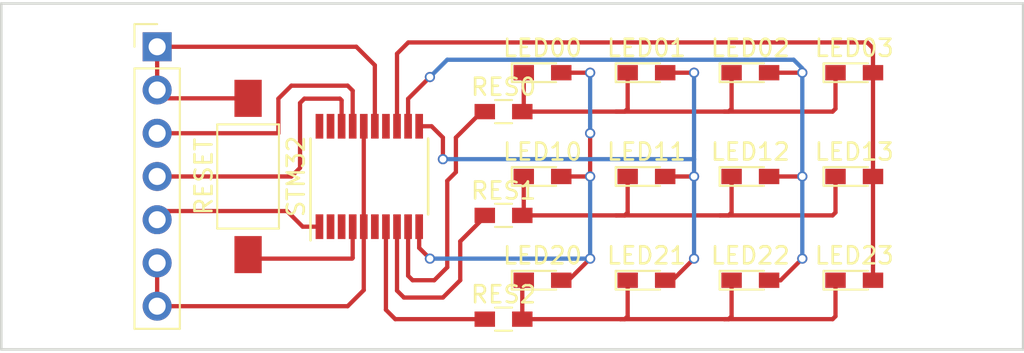
<source format=kicad_pcb>
(kicad_pcb (version 4) (host pcbnew 4.0.7-e2-6376~58~ubuntu16.04.1)

  (general
    (links 0)
    (no_connects 0)
    (area 139.370999 62.227 169.747001 84.177)
    (thickness 1.6)
    (drawings 4)
    (tracks 143)
    (zones 0)
    (modules 22)
    (nets 1)
  )

  (page A4)
  (layers
    (0 F.Cu signal)
    (31 B.Cu signal)
    (32 B.Adhes user)
    (33 F.Adhes user)
    (34 B.Paste user)
    (35 F.Paste user)
    (36 B.SilkS user)
    (37 F.SilkS user)
    (38 B.Mask user)
    (39 F.Mask user)
    (40 Dwgs.User user)
    (41 Cmts.User user)
    (42 Eco1.User user)
    (43 Eco2.User user)
    (44 Edge.Cuts user)
    (45 Margin user)
    (46 B.CrtYd user)
    (47 F.CrtYd user)
    (48 B.Fab user)
    (49 F.Fab user)
  )

  (setup
    (last_trace_width 0.25)
    (trace_clearance 0.2)
    (zone_clearance 0.508)
    (zone_45_only no)
    (trace_min 0.2)
    (segment_width 0.2)
    (edge_width 0.15)
    (via_size 0.6)
    (via_drill 0.4)
    (via_min_size 0.4)
    (via_min_drill 0.3)
    (uvia_size 0.3)
    (uvia_drill 0.1)
    (uvias_allowed no)
    (uvia_min_size 0.2)
    (uvia_min_drill 0.1)
    (pcb_text_width 0.3)
    (pcb_text_size 1.5 1.5)
    (mod_edge_width 0.15)
    (mod_text_size 1 1)
    (mod_text_width 0.15)
    (pad_size 1.524 1.524)
    (pad_drill 0.762)
    (pad_to_mask_clearance 0.2)
    (aux_axis_origin 0 0)
    (visible_elements FFFFFF7F)
    (pcbplotparams
      (layerselection 0x00030_80000001)
      (usegerberextensions false)
      (excludeedgelayer true)
      (linewidth 0.150000)
      (plotframeref false)
      (viasonmask false)
      (mode 1)
      (useauxorigin false)
      (hpglpennumber 1)
      (hpglpenspeed 20)
      (hpglpendiameter 15)
      (hpglpenoverlay 2)
      (psnegative false)
      (psa4output false)
      (plotreference true)
      (plotvalue true)
      (plotinvisibletext false)
      (padsonsilk false)
      (subtractmaskfromsilk false)
      (outputformat 1)
      (mirror false)
      (drillshape 1)
      (scaleselection 1)
      (outputdirectory ""))
  )

  (net 0 "")

  (net_class Default "This is the default net class."
    (clearance 0.2)
    (trace_width 0.25)
    (via_dia 0.6)
    (via_drill 0.4)
    (uvia_dia 0.3)
    (uvia_drill 0.1)
  )

  (module LEDs:LED_0603_HandSoldering (layer F.Cu) (tedit 5A822E68) (tstamp 5A8258EC)
    (at 148.844 66.802)
    (descr "LED SMD 0603, hand soldering")
    (tags "LED 0603")
    (attr smd)
    (fp_text reference LED00 (at 0 -1.45) (layer F.SilkS)
      (effects (font (size 1 1) (thickness 0.15)))
    )
    (fp_text value "" (at 0 1.55) (layer F.Fab)
      (effects (font (size 1 1) (thickness 0.15)))
    )
    (fp_line (start -1.8 -0.55) (end -1.8 0.55) (layer F.SilkS) (width 0.12))
    (fp_line (start -0.2 -0.2) (end -0.2 0.2) (layer F.Fab) (width 0.1))
    (fp_line (start -0.15 0) (end 0.15 -0.2) (layer F.Fab) (width 0.1))
    (fp_line (start 0.15 0.2) (end -0.15 0) (layer F.Fab) (width 0.1))
    (fp_line (start 0.15 -0.2) (end 0.15 0.2) (layer F.Fab) (width 0.1))
    (fp_line (start 0.8 0.4) (end -0.8 0.4) (layer F.Fab) (width 0.1))
    (fp_line (start 0.8 -0.4) (end 0.8 0.4) (layer F.Fab) (width 0.1))
    (fp_line (start -0.8 -0.4) (end 0.8 -0.4) (layer F.Fab) (width 0.1))
    (fp_line (start -1.8 0.55) (end 0.8 0.55) (layer F.SilkS) (width 0.12))
    (fp_line (start -1.8 -0.55) (end 0.8 -0.55) (layer F.SilkS) (width 0.12))
    (fp_line (start -1.96 -0.7) (end 1.95 -0.7) (layer F.CrtYd) (width 0.05))
    (fp_line (start -1.96 -0.7) (end -1.96 0.7) (layer F.CrtYd) (width 0.05))
    (fp_line (start 1.95 0.7) (end 1.95 -0.7) (layer F.CrtYd) (width 0.05))
    (fp_line (start 1.95 0.7) (end -1.96 0.7) (layer F.CrtYd) (width 0.05))
    (fp_line (start -0.8 -0.4) (end -0.8 0.4) (layer F.Fab) (width 0.1))
    (pad 1 smd rect (at -1.1 0) (size 1.2 0.9) (layers F.Cu F.Paste F.Mask))
    (pad 2 smd rect (at 1.1 0) (size 1.2 0.9) (layers F.Cu F.Paste F.Mask))
    (model ${KISYS3DMOD}/LEDs.3dshapes/LED_0603.wrl
      (at (xyz 0 0 0))
      (scale (xyz 1 1 1))
      (rotate (xyz 0 0 180))
    )
  )

  (module LEDs:LED_0603_HandSoldering (layer F.Cu) (tedit 5A822E9C) (tstamp 5A825915)
    (at 154.94 66.802)
    (descr "LED SMD 0603, hand soldering")
    (tags "LED 0603")
    (attr smd)
    (fp_text reference LED01 (at 0 -1.45) (layer F.SilkS)
      (effects (font (size 1 1) (thickness 0.15)))
    )
    (fp_text value "" (at 0 1.55) (layer F.Fab)
      (effects (font (size 1 1) (thickness 0.15)))
    )
    (fp_line (start -1.8 -0.55) (end -1.8 0.55) (layer F.SilkS) (width 0.12))
    (fp_line (start -0.2 -0.2) (end -0.2 0.2) (layer F.Fab) (width 0.1))
    (fp_line (start -0.15 0) (end 0.15 -0.2) (layer F.Fab) (width 0.1))
    (fp_line (start 0.15 0.2) (end -0.15 0) (layer F.Fab) (width 0.1))
    (fp_line (start 0.15 -0.2) (end 0.15 0.2) (layer F.Fab) (width 0.1))
    (fp_line (start 0.8 0.4) (end -0.8 0.4) (layer F.Fab) (width 0.1))
    (fp_line (start 0.8 -0.4) (end 0.8 0.4) (layer F.Fab) (width 0.1))
    (fp_line (start -0.8 -0.4) (end 0.8 -0.4) (layer F.Fab) (width 0.1))
    (fp_line (start -1.8 0.55) (end 0.8 0.55) (layer F.SilkS) (width 0.12))
    (fp_line (start -1.8 -0.55) (end 0.8 -0.55) (layer F.SilkS) (width 0.12))
    (fp_line (start -1.96 -0.7) (end 1.95 -0.7) (layer F.CrtYd) (width 0.05))
    (fp_line (start -1.96 -0.7) (end -1.96 0.7) (layer F.CrtYd) (width 0.05))
    (fp_line (start 1.95 0.7) (end 1.95 -0.7) (layer F.CrtYd) (width 0.05))
    (fp_line (start 1.95 0.7) (end -1.96 0.7) (layer F.CrtYd) (width 0.05))
    (fp_line (start -0.8 -0.4) (end -0.8 0.4) (layer F.Fab) (width 0.1))
    (pad 1 smd rect (at -1.1 0) (size 1.2 0.9) (layers F.Cu F.Paste F.Mask))
    (pad 2 smd rect (at 1.1 0) (size 1.2 0.9) (layers F.Cu F.Paste F.Mask))
    (model ${KISYS3DMOD}/LEDs.3dshapes/LED_0603.wrl
      (at (xyz 0 0 0))
      (scale (xyz 1 1 1))
      (rotate (xyz 0 0 180))
    )
  )

  (module LEDs:LED_0603_HandSoldering (layer F.Cu) (tedit 5A822EBE) (tstamp 5A82593E)
    (at 161.036 66.802)
    (descr "LED SMD 0603, hand soldering")
    (tags "LED 0603")
    (attr smd)
    (fp_text reference LED02 (at 0 -1.45) (layer F.SilkS)
      (effects (font (size 1 1) (thickness 0.15)))
    )
    (fp_text value "" (at 0 1.55) (layer F.Fab)
      (effects (font (size 1 1) (thickness 0.15)))
    )
    (fp_line (start -1.8 -0.55) (end -1.8 0.55) (layer F.SilkS) (width 0.12))
    (fp_line (start -0.2 -0.2) (end -0.2 0.2) (layer F.Fab) (width 0.1))
    (fp_line (start -0.15 0) (end 0.15 -0.2) (layer F.Fab) (width 0.1))
    (fp_line (start 0.15 0.2) (end -0.15 0) (layer F.Fab) (width 0.1))
    (fp_line (start 0.15 -0.2) (end 0.15 0.2) (layer F.Fab) (width 0.1))
    (fp_line (start 0.8 0.4) (end -0.8 0.4) (layer F.Fab) (width 0.1))
    (fp_line (start 0.8 -0.4) (end 0.8 0.4) (layer F.Fab) (width 0.1))
    (fp_line (start -0.8 -0.4) (end 0.8 -0.4) (layer F.Fab) (width 0.1))
    (fp_line (start -1.8 0.55) (end 0.8 0.55) (layer F.SilkS) (width 0.12))
    (fp_line (start -1.8 -0.55) (end 0.8 -0.55) (layer F.SilkS) (width 0.12))
    (fp_line (start -1.96 -0.7) (end 1.95 -0.7) (layer F.CrtYd) (width 0.05))
    (fp_line (start -1.96 -0.7) (end -1.96 0.7) (layer F.CrtYd) (width 0.05))
    (fp_line (start 1.95 0.7) (end 1.95 -0.7) (layer F.CrtYd) (width 0.05))
    (fp_line (start 1.95 0.7) (end -1.96 0.7) (layer F.CrtYd) (width 0.05))
    (fp_line (start -0.8 -0.4) (end -0.8 0.4) (layer F.Fab) (width 0.1))
    (pad 1 smd rect (at -1.1 0) (size 1.2 0.9) (layers F.Cu F.Paste F.Mask))
    (pad 2 smd rect (at 1.1 0) (size 1.2 0.9) (layers F.Cu F.Paste F.Mask))
    (model ${KISYS3DMOD}/LEDs.3dshapes/LED_0603.wrl
      (at (xyz 0 0 0))
      (scale (xyz 1 1 1))
      (rotate (xyz 0 0 180))
    )
  )

  (module LEDs:LED_0603_HandSoldering (layer F.Cu) (tedit 5A822ED3) (tstamp 5A825967)
    (at 167.132 66.802)
    (descr "LED SMD 0603, hand soldering")
    (tags "LED 0603")
    (attr smd)
    (fp_text reference LED03 (at 0 -1.45) (layer F.SilkS)
      (effects (font (size 1 1) (thickness 0.15)))
    )
    (fp_text value "" (at 0 1.55) (layer F.Fab)
      (effects (font (size 1 1) (thickness 0.15)))
    )
    (fp_line (start -1.8 -0.55) (end -1.8 0.55) (layer F.SilkS) (width 0.12))
    (fp_line (start -0.2 -0.2) (end -0.2 0.2) (layer F.Fab) (width 0.1))
    (fp_line (start -0.15 0) (end 0.15 -0.2) (layer F.Fab) (width 0.1))
    (fp_line (start 0.15 0.2) (end -0.15 0) (layer F.Fab) (width 0.1))
    (fp_line (start 0.15 -0.2) (end 0.15 0.2) (layer F.Fab) (width 0.1))
    (fp_line (start 0.8 0.4) (end -0.8 0.4) (layer F.Fab) (width 0.1))
    (fp_line (start 0.8 -0.4) (end 0.8 0.4) (layer F.Fab) (width 0.1))
    (fp_line (start -0.8 -0.4) (end 0.8 -0.4) (layer F.Fab) (width 0.1))
    (fp_line (start -1.8 0.55) (end 0.8 0.55) (layer F.SilkS) (width 0.12))
    (fp_line (start -1.8 -0.55) (end 0.8 -0.55) (layer F.SilkS) (width 0.12))
    (fp_line (start -1.96 -0.7) (end 1.95 -0.7) (layer F.CrtYd) (width 0.05))
    (fp_line (start -1.96 -0.7) (end -1.96 0.7) (layer F.CrtYd) (width 0.05))
    (fp_line (start 1.95 0.7) (end 1.95 -0.7) (layer F.CrtYd) (width 0.05))
    (fp_line (start 1.95 0.7) (end -1.96 0.7) (layer F.CrtYd) (width 0.05))
    (fp_line (start -0.8 -0.4) (end -0.8 0.4) (layer F.Fab) (width 0.1))
    (pad 1 smd rect (at -1.1 0) (size 1.2 0.9) (layers F.Cu F.Paste F.Mask))
    (pad 2 smd rect (at 1.1 0) (size 1.2 0.9) (layers F.Cu F.Paste F.Mask))
    (model ${KISYS3DMOD}/LEDs.3dshapes/LED_0603.wrl
      (at (xyz 0 0 0))
      (scale (xyz 1 1 1))
      (rotate (xyz 0 0 180))
    )
  )

  (module LEDs:LED_0603_HandSoldering (layer F.Cu) (tedit 5A822EED) (tstamp 5A825990)
    (at 148.844 72.898)
    (descr "LED SMD 0603, hand soldering")
    (tags "LED 0603")
    (attr smd)
    (fp_text reference LED10 (at 0 -1.45) (layer F.SilkS)
      (effects (font (size 1 1) (thickness 0.15)))
    )
    (fp_text value "" (at 0 1.55) (layer F.Fab)
      (effects (font (size 1 1) (thickness 0.15)))
    )
    (fp_line (start -1.8 -0.55) (end -1.8 0.55) (layer F.SilkS) (width 0.12))
    (fp_line (start -0.2 -0.2) (end -0.2 0.2) (layer F.Fab) (width 0.1))
    (fp_line (start -0.15 0) (end 0.15 -0.2) (layer F.Fab) (width 0.1))
    (fp_line (start 0.15 0.2) (end -0.15 0) (layer F.Fab) (width 0.1))
    (fp_line (start 0.15 -0.2) (end 0.15 0.2) (layer F.Fab) (width 0.1))
    (fp_line (start 0.8 0.4) (end -0.8 0.4) (layer F.Fab) (width 0.1))
    (fp_line (start 0.8 -0.4) (end 0.8 0.4) (layer F.Fab) (width 0.1))
    (fp_line (start -0.8 -0.4) (end 0.8 -0.4) (layer F.Fab) (width 0.1))
    (fp_line (start -1.8 0.55) (end 0.8 0.55) (layer F.SilkS) (width 0.12))
    (fp_line (start -1.8 -0.55) (end 0.8 -0.55) (layer F.SilkS) (width 0.12))
    (fp_line (start -1.96 -0.7) (end 1.95 -0.7) (layer F.CrtYd) (width 0.05))
    (fp_line (start -1.96 -0.7) (end -1.96 0.7) (layer F.CrtYd) (width 0.05))
    (fp_line (start 1.95 0.7) (end 1.95 -0.7) (layer F.CrtYd) (width 0.05))
    (fp_line (start 1.95 0.7) (end -1.96 0.7) (layer F.CrtYd) (width 0.05))
    (fp_line (start -0.8 -0.4) (end -0.8 0.4) (layer F.Fab) (width 0.1))
    (pad 1 smd rect (at -1.1 0) (size 1.2 0.9) (layers F.Cu F.Paste F.Mask))
    (pad 2 smd rect (at 1.1 0) (size 1.2 0.9) (layers F.Cu F.Paste F.Mask))
    (model ${KISYS3DMOD}/LEDs.3dshapes/LED_0603.wrl
      (at (xyz 0 0 0))
      (scale (xyz 1 1 1))
      (rotate (xyz 0 0 180))
    )
  )

  (module LEDs:LED_0603_HandSoldering (layer F.Cu) (tedit 5A822F0F) (tstamp 5A8259B9)
    (at 154.94 72.898)
    (descr "LED SMD 0603, hand soldering")
    (tags "LED 0603")
    (attr smd)
    (fp_text reference LED11 (at 0 -1.45) (layer F.SilkS)
      (effects (font (size 1 1) (thickness 0.15)))
    )
    (fp_text value "" (at 0 1.55) (layer F.Fab)
      (effects (font (size 1 1) (thickness 0.15)))
    )
    (fp_line (start -1.8 -0.55) (end -1.8 0.55) (layer F.SilkS) (width 0.12))
    (fp_line (start -0.2 -0.2) (end -0.2 0.2) (layer F.Fab) (width 0.1))
    (fp_line (start -0.15 0) (end 0.15 -0.2) (layer F.Fab) (width 0.1))
    (fp_line (start 0.15 0.2) (end -0.15 0) (layer F.Fab) (width 0.1))
    (fp_line (start 0.15 -0.2) (end 0.15 0.2) (layer F.Fab) (width 0.1))
    (fp_line (start 0.8 0.4) (end -0.8 0.4) (layer F.Fab) (width 0.1))
    (fp_line (start 0.8 -0.4) (end 0.8 0.4) (layer F.Fab) (width 0.1))
    (fp_line (start -0.8 -0.4) (end 0.8 -0.4) (layer F.Fab) (width 0.1))
    (fp_line (start -1.8 0.55) (end 0.8 0.55) (layer F.SilkS) (width 0.12))
    (fp_line (start -1.8 -0.55) (end 0.8 -0.55) (layer F.SilkS) (width 0.12))
    (fp_line (start -1.96 -0.7) (end 1.95 -0.7) (layer F.CrtYd) (width 0.05))
    (fp_line (start -1.96 -0.7) (end -1.96 0.7) (layer F.CrtYd) (width 0.05))
    (fp_line (start 1.95 0.7) (end 1.95 -0.7) (layer F.CrtYd) (width 0.05))
    (fp_line (start 1.95 0.7) (end -1.96 0.7) (layer F.CrtYd) (width 0.05))
    (fp_line (start -0.8 -0.4) (end -0.8 0.4) (layer F.Fab) (width 0.1))
    (pad 1 smd rect (at -1.1 0) (size 1.2 0.9) (layers F.Cu F.Paste F.Mask))
    (pad 2 smd rect (at 1.1 0) (size 1.2 0.9) (layers F.Cu F.Paste F.Mask))
    (model ${KISYS3DMOD}/LEDs.3dshapes/LED_0603.wrl
      (at (xyz 0 0 0))
      (scale (xyz 1 1 1))
      (rotate (xyz 0 0 180))
    )
  )

  (module LEDs:LED_0603_HandSoldering (layer F.Cu) (tedit 5A822F28) (tstamp 5A8259E2)
    (at 161.036 72.898)
    (descr "LED SMD 0603, hand soldering")
    (tags "LED 0603")
    (attr smd)
    (fp_text reference LED12 (at 0 -1.45) (layer F.SilkS)
      (effects (font (size 1 1) (thickness 0.15)))
    )
    (fp_text value "" (at 0 1.55) (layer F.Fab)
      (effects (font (size 1 1) (thickness 0.15)))
    )
    (fp_line (start -1.8 -0.55) (end -1.8 0.55) (layer F.SilkS) (width 0.12))
    (fp_line (start -0.2 -0.2) (end -0.2 0.2) (layer F.Fab) (width 0.1))
    (fp_line (start -0.15 0) (end 0.15 -0.2) (layer F.Fab) (width 0.1))
    (fp_line (start 0.15 0.2) (end -0.15 0) (layer F.Fab) (width 0.1))
    (fp_line (start 0.15 -0.2) (end 0.15 0.2) (layer F.Fab) (width 0.1))
    (fp_line (start 0.8 0.4) (end -0.8 0.4) (layer F.Fab) (width 0.1))
    (fp_line (start 0.8 -0.4) (end 0.8 0.4) (layer F.Fab) (width 0.1))
    (fp_line (start -0.8 -0.4) (end 0.8 -0.4) (layer F.Fab) (width 0.1))
    (fp_line (start -1.8 0.55) (end 0.8 0.55) (layer F.SilkS) (width 0.12))
    (fp_line (start -1.8 -0.55) (end 0.8 -0.55) (layer F.SilkS) (width 0.12))
    (fp_line (start -1.96 -0.7) (end 1.95 -0.7) (layer F.CrtYd) (width 0.05))
    (fp_line (start -1.96 -0.7) (end -1.96 0.7) (layer F.CrtYd) (width 0.05))
    (fp_line (start 1.95 0.7) (end 1.95 -0.7) (layer F.CrtYd) (width 0.05))
    (fp_line (start 1.95 0.7) (end -1.96 0.7) (layer F.CrtYd) (width 0.05))
    (fp_line (start -0.8 -0.4) (end -0.8 0.4) (layer F.Fab) (width 0.1))
    (pad 1 smd rect (at -1.1 0) (size 1.2 0.9) (layers F.Cu F.Paste F.Mask))
    (pad 2 smd rect (at 1.1 0) (size 1.2 0.9) (layers F.Cu F.Paste F.Mask))
    (model ${KISYS3DMOD}/LEDs.3dshapes/LED_0603.wrl
      (at (xyz 0 0 0))
      (scale (xyz 1 1 1))
      (rotate (xyz 0 0 180))
    )
  )

  (module LEDs:LED_0603_HandSoldering (layer F.Cu) (tedit 5A822F3D) (tstamp 5A825A0B)
    (at 167.132 72.898)
    (descr "LED SMD 0603, hand soldering")
    (tags "LED 0603")
    (attr smd)
    (fp_text reference LED13 (at 0 -1.45) (layer F.SilkS)
      (effects (font (size 1 1) (thickness 0.15)))
    )
    (fp_text value "" (at 0 1.55) (layer F.Fab)
      (effects (font (size 1 1) (thickness 0.15)))
    )
    (fp_line (start -1.8 -0.55) (end -1.8 0.55) (layer F.SilkS) (width 0.12))
    (fp_line (start -0.2 -0.2) (end -0.2 0.2) (layer F.Fab) (width 0.1))
    (fp_line (start -0.15 0) (end 0.15 -0.2) (layer F.Fab) (width 0.1))
    (fp_line (start 0.15 0.2) (end -0.15 0) (layer F.Fab) (width 0.1))
    (fp_line (start 0.15 -0.2) (end 0.15 0.2) (layer F.Fab) (width 0.1))
    (fp_line (start 0.8 0.4) (end -0.8 0.4) (layer F.Fab) (width 0.1))
    (fp_line (start 0.8 -0.4) (end 0.8 0.4) (layer F.Fab) (width 0.1))
    (fp_line (start -0.8 -0.4) (end 0.8 -0.4) (layer F.Fab) (width 0.1))
    (fp_line (start -1.8 0.55) (end 0.8 0.55) (layer F.SilkS) (width 0.12))
    (fp_line (start -1.8 -0.55) (end 0.8 -0.55) (layer F.SilkS) (width 0.12))
    (fp_line (start -1.96 -0.7) (end 1.95 -0.7) (layer F.CrtYd) (width 0.05))
    (fp_line (start -1.96 -0.7) (end -1.96 0.7) (layer F.CrtYd) (width 0.05))
    (fp_line (start 1.95 0.7) (end 1.95 -0.7) (layer F.CrtYd) (width 0.05))
    (fp_line (start 1.95 0.7) (end -1.96 0.7) (layer F.CrtYd) (width 0.05))
    (fp_line (start -0.8 -0.4) (end -0.8 0.4) (layer F.Fab) (width 0.1))
    (pad 1 smd rect (at -1.1 0) (size 1.2 0.9) (layers F.Cu F.Paste F.Mask))
    (pad 2 smd rect (at 1.1 0) (size 1.2 0.9) (layers F.Cu F.Paste F.Mask))
    (model ${KISYS3DMOD}/LEDs.3dshapes/LED_0603.wrl
      (at (xyz 0 0 0))
      (scale (xyz 1 1 1))
      (rotate (xyz 0 0 180))
    )
  )

  (module LEDs:LED_0603_HandSoldering (layer F.Cu) (tedit 5A822F96) (tstamp 5A825A34)
    (at 167.132 78.994)
    (descr "LED SMD 0603, hand soldering")
    (tags "LED 0603")
    (attr smd)
    (fp_text reference LED23 (at 0 -1.45) (layer F.SilkS)
      (effects (font (size 1 1) (thickness 0.15)))
    )
    (fp_text value "" (at 0 1.55) (layer F.Fab)
      (effects (font (size 1 1) (thickness 0.15)))
    )
    (fp_line (start -1.8 -0.55) (end -1.8 0.55) (layer F.SilkS) (width 0.12))
    (fp_line (start -0.2 -0.2) (end -0.2 0.2) (layer F.Fab) (width 0.1))
    (fp_line (start -0.15 0) (end 0.15 -0.2) (layer F.Fab) (width 0.1))
    (fp_line (start 0.15 0.2) (end -0.15 0) (layer F.Fab) (width 0.1))
    (fp_line (start 0.15 -0.2) (end 0.15 0.2) (layer F.Fab) (width 0.1))
    (fp_line (start 0.8 0.4) (end -0.8 0.4) (layer F.Fab) (width 0.1))
    (fp_line (start 0.8 -0.4) (end 0.8 0.4) (layer F.Fab) (width 0.1))
    (fp_line (start -0.8 -0.4) (end 0.8 -0.4) (layer F.Fab) (width 0.1))
    (fp_line (start -1.8 0.55) (end 0.8 0.55) (layer F.SilkS) (width 0.12))
    (fp_line (start -1.8 -0.55) (end 0.8 -0.55) (layer F.SilkS) (width 0.12))
    (fp_line (start -1.96 -0.7) (end 1.95 -0.7) (layer F.CrtYd) (width 0.05))
    (fp_line (start -1.96 -0.7) (end -1.96 0.7) (layer F.CrtYd) (width 0.05))
    (fp_line (start 1.95 0.7) (end 1.95 -0.7) (layer F.CrtYd) (width 0.05))
    (fp_line (start 1.95 0.7) (end -1.96 0.7) (layer F.CrtYd) (width 0.05))
    (fp_line (start -0.8 -0.4) (end -0.8 0.4) (layer F.Fab) (width 0.1))
    (pad 1 smd rect (at -1.1 0) (size 1.2 0.9) (layers F.Cu F.Paste F.Mask))
    (pad 2 smd rect (at 1.1 0) (size 1.2 0.9) (layers F.Cu F.Paste F.Mask))
    (model ${KISYS3DMOD}/LEDs.3dshapes/LED_0603.wrl
      (at (xyz 0 0 0))
      (scale (xyz 1 1 1))
      (rotate (xyz 0 0 180))
    )
  )

  (module LEDs:LED_0603_HandSoldering (layer F.Cu) (tedit 5A822F81) (tstamp 5A825A5D)
    (at 161.036 78.994)
    (descr "LED SMD 0603, hand soldering")
    (tags "LED 0603")
    (attr smd)
    (fp_text reference LED22 (at 0 -1.45) (layer F.SilkS)
      (effects (font (size 1 1) (thickness 0.15)))
    )
    (fp_text value "" (at 0 1.55) (layer F.Fab)
      (effects (font (size 1 1) (thickness 0.15)))
    )
    (fp_line (start -1.8 -0.55) (end -1.8 0.55) (layer F.SilkS) (width 0.12))
    (fp_line (start -0.2 -0.2) (end -0.2 0.2) (layer F.Fab) (width 0.1))
    (fp_line (start -0.15 0) (end 0.15 -0.2) (layer F.Fab) (width 0.1))
    (fp_line (start 0.15 0.2) (end -0.15 0) (layer F.Fab) (width 0.1))
    (fp_line (start 0.15 -0.2) (end 0.15 0.2) (layer F.Fab) (width 0.1))
    (fp_line (start 0.8 0.4) (end -0.8 0.4) (layer F.Fab) (width 0.1))
    (fp_line (start 0.8 -0.4) (end 0.8 0.4) (layer F.Fab) (width 0.1))
    (fp_line (start -0.8 -0.4) (end 0.8 -0.4) (layer F.Fab) (width 0.1))
    (fp_line (start -1.8 0.55) (end 0.8 0.55) (layer F.SilkS) (width 0.12))
    (fp_line (start -1.8 -0.55) (end 0.8 -0.55) (layer F.SilkS) (width 0.12))
    (fp_line (start -1.96 -0.7) (end 1.95 -0.7) (layer F.CrtYd) (width 0.05))
    (fp_line (start -1.96 -0.7) (end -1.96 0.7) (layer F.CrtYd) (width 0.05))
    (fp_line (start 1.95 0.7) (end 1.95 -0.7) (layer F.CrtYd) (width 0.05))
    (fp_line (start 1.95 0.7) (end -1.96 0.7) (layer F.CrtYd) (width 0.05))
    (fp_line (start -0.8 -0.4) (end -0.8 0.4) (layer F.Fab) (width 0.1))
    (pad 1 smd rect (at -1.1 0) (size 1.2 0.9) (layers F.Cu F.Paste F.Mask))
    (pad 2 smd rect (at 1.1 0) (size 1.2 0.9) (layers F.Cu F.Paste F.Mask))
    (model ${KISYS3DMOD}/LEDs.3dshapes/LED_0603.wrl
      (at (xyz 0 0 0))
      (scale (xyz 1 1 1))
      (rotate (xyz 0 0 180))
    )
  )

  (module LEDs:LED_0603_HandSoldering (layer F.Cu) (tedit 5A822F6E) (tstamp 5A825A86)
    (at 154.94 78.994)
    (descr "LED SMD 0603, hand soldering")
    (tags "LED 0603")
    (attr smd)
    (fp_text reference LED21 (at 0 -1.45) (layer F.SilkS)
      (effects (font (size 1 1) (thickness 0.15)))
    )
    (fp_text value "" (at 0 1.55) (layer F.Fab)
      (effects (font (size 1 1) (thickness 0.15)))
    )
    (fp_line (start -1.8 -0.55) (end -1.8 0.55) (layer F.SilkS) (width 0.12))
    (fp_line (start -0.2 -0.2) (end -0.2 0.2) (layer F.Fab) (width 0.1))
    (fp_line (start -0.15 0) (end 0.15 -0.2) (layer F.Fab) (width 0.1))
    (fp_line (start 0.15 0.2) (end -0.15 0) (layer F.Fab) (width 0.1))
    (fp_line (start 0.15 -0.2) (end 0.15 0.2) (layer F.Fab) (width 0.1))
    (fp_line (start 0.8 0.4) (end -0.8 0.4) (layer F.Fab) (width 0.1))
    (fp_line (start 0.8 -0.4) (end 0.8 0.4) (layer F.Fab) (width 0.1))
    (fp_line (start -0.8 -0.4) (end 0.8 -0.4) (layer F.Fab) (width 0.1))
    (fp_line (start -1.8 0.55) (end 0.8 0.55) (layer F.SilkS) (width 0.12))
    (fp_line (start -1.8 -0.55) (end 0.8 -0.55) (layer F.SilkS) (width 0.12))
    (fp_line (start -1.96 -0.7) (end 1.95 -0.7) (layer F.CrtYd) (width 0.05))
    (fp_line (start -1.96 -0.7) (end -1.96 0.7) (layer F.CrtYd) (width 0.05))
    (fp_line (start 1.95 0.7) (end 1.95 -0.7) (layer F.CrtYd) (width 0.05))
    (fp_line (start 1.95 0.7) (end -1.96 0.7) (layer F.CrtYd) (width 0.05))
    (fp_line (start -0.8 -0.4) (end -0.8 0.4) (layer F.Fab) (width 0.1))
    (pad 1 smd rect (at -1.1 0) (size 1.2 0.9) (layers F.Cu F.Paste F.Mask))
    (pad 2 smd rect (at 1.1 0) (size 1.2 0.9) (layers F.Cu F.Paste F.Mask))
    (model ${KISYS3DMOD}/LEDs.3dshapes/LED_0603.wrl
      (at (xyz 0 0 0))
      (scale (xyz 1 1 1))
      (rotate (xyz 0 0 180))
    )
  )

  (module LEDs:LED_0603_HandSoldering (layer F.Cu) (tedit 5A822F5A) (tstamp 5A825AAF)
    (at 148.844 78.994)
    (descr "LED SMD 0603, hand soldering")
    (tags "LED 0603")
    (attr smd)
    (fp_text reference LED20 (at 0 -1.45) (layer F.SilkS)
      (effects (font (size 1 1) (thickness 0.15)))
    )
    (fp_text value "" (at 0 1.55) (layer F.Fab)
      (effects (font (size 1 1) (thickness 0.15)))
    )
    (fp_line (start -1.8 -0.55) (end -1.8 0.55) (layer F.SilkS) (width 0.12))
    (fp_line (start -0.2 -0.2) (end -0.2 0.2) (layer F.Fab) (width 0.1))
    (fp_line (start -0.15 0) (end 0.15 -0.2) (layer F.Fab) (width 0.1))
    (fp_line (start 0.15 0.2) (end -0.15 0) (layer F.Fab) (width 0.1))
    (fp_line (start 0.15 -0.2) (end 0.15 0.2) (layer F.Fab) (width 0.1))
    (fp_line (start 0.8 0.4) (end -0.8 0.4) (layer F.Fab) (width 0.1))
    (fp_line (start 0.8 -0.4) (end 0.8 0.4) (layer F.Fab) (width 0.1))
    (fp_line (start -0.8 -0.4) (end 0.8 -0.4) (layer F.Fab) (width 0.1))
    (fp_line (start -1.8 0.55) (end 0.8 0.55) (layer F.SilkS) (width 0.12))
    (fp_line (start -1.8 -0.55) (end 0.8 -0.55) (layer F.SilkS) (width 0.12))
    (fp_line (start -1.96 -0.7) (end 1.95 -0.7) (layer F.CrtYd) (width 0.05))
    (fp_line (start -1.96 -0.7) (end -1.96 0.7) (layer F.CrtYd) (width 0.05))
    (fp_line (start 1.95 0.7) (end 1.95 -0.7) (layer F.CrtYd) (width 0.05))
    (fp_line (start 1.95 0.7) (end -1.96 0.7) (layer F.CrtYd) (width 0.05))
    (fp_line (start -0.8 -0.4) (end -0.8 0.4) (layer F.Fab) (width 0.1))
    (pad 1 smd rect (at -1.1 0) (size 1.2 0.9) (layers F.Cu F.Paste F.Mask))
    (pad 2 smd rect (at 1.1 0) (size 1.2 0.9) (layers F.Cu F.Paste F.Mask))
    (model ${KISYS3DMOD}/LEDs.3dshapes/LED_0603.wrl
      (at (xyz 0 0 0))
      (scale (xyz 1 1 1))
      (rotate (xyz 0 0 180))
    )
  )

  (module Resistors_SMD:R_0603_HandSoldering (layer F.Cu) (tedit 5A8234DC) (tstamp 5A87FD95)
    (at 146.558 81.28)
    (descr "Resistor SMD 0603, hand soldering")
    (tags "resistor 0603")
    (attr smd)
    (fp_text reference RES2 (at 0 -1.45) (layer F.SilkS)
      (effects (font (size 1 1) (thickness 0.15)))
    )
    (fp_text value "" (at 0 1.55) (layer F.Fab)
      (effects (font (size 1 1) (thickness 0.15)))
    )
    (fp_text user "" (at 0 0) (layer F.Fab)
      (effects (font (size 0.4 0.4) (thickness 0.075)))
    )
    (fp_line (start -0.8 0.4) (end -0.8 -0.4) (layer F.Fab) (width 0.1))
    (fp_line (start 0.8 0.4) (end -0.8 0.4) (layer F.Fab) (width 0.1))
    (fp_line (start 0.8 -0.4) (end 0.8 0.4) (layer F.Fab) (width 0.1))
    (fp_line (start -0.8 -0.4) (end 0.8 -0.4) (layer F.Fab) (width 0.1))
    (fp_line (start 0.5 0.68) (end -0.5 0.68) (layer F.SilkS) (width 0.12))
    (fp_line (start -0.5 -0.68) (end 0.5 -0.68) (layer F.SilkS) (width 0.12))
    (fp_line (start -1.96 -0.7) (end 1.95 -0.7) (layer F.CrtYd) (width 0.05))
    (fp_line (start -1.96 -0.7) (end -1.96 0.7) (layer F.CrtYd) (width 0.05))
    (fp_line (start 1.95 0.7) (end 1.95 -0.7) (layer F.CrtYd) (width 0.05))
    (fp_line (start 1.95 0.7) (end -1.96 0.7) (layer F.CrtYd) (width 0.05))
    (pad 1 smd rect (at -1.1 0) (size 1.2 0.9) (layers F.Cu F.Paste F.Mask))
    (pad 2 smd rect (at 1.1 0) (size 1.2 0.9) (layers F.Cu F.Paste F.Mask))
    (model ${KISYS3DMOD}/Resistors_SMD.3dshapes/R_0603.wrl
      (at (xyz 0 0 0))
      (scale (xyz 1 1 1))
      (rotate (xyz 0 0 0))
    )
  )

  (module Resistors_SMD:R_0603_HandSoldering (layer F.Cu) (tedit 5A8234E2) (tstamp 5A87FDB8)
    (at 146.558 75.184)
    (descr "Resistor SMD 0603, hand soldering")
    (tags "resistor 0603")
    (attr smd)
    (fp_text reference RES1 (at 0 -1.45) (layer F.SilkS)
      (effects (font (size 1 1) (thickness 0.15)))
    )
    (fp_text value "" (at 0 1.55) (layer F.Fab)
      (effects (font (size 1 1) (thickness 0.15)))
    )
    (fp_text user "" (at 0 0) (layer F.Fab)
      (effects (font (size 0.4 0.4) (thickness 0.075)))
    )
    (fp_line (start -0.8 0.4) (end -0.8 -0.4) (layer F.Fab) (width 0.1))
    (fp_line (start 0.8 0.4) (end -0.8 0.4) (layer F.Fab) (width 0.1))
    (fp_line (start 0.8 -0.4) (end 0.8 0.4) (layer F.Fab) (width 0.1))
    (fp_line (start -0.8 -0.4) (end 0.8 -0.4) (layer F.Fab) (width 0.1))
    (fp_line (start 0.5 0.68) (end -0.5 0.68) (layer F.SilkS) (width 0.12))
    (fp_line (start -0.5 -0.68) (end 0.5 -0.68) (layer F.SilkS) (width 0.12))
    (fp_line (start -1.96 -0.7) (end 1.95 -0.7) (layer F.CrtYd) (width 0.05))
    (fp_line (start -1.96 -0.7) (end -1.96 0.7) (layer F.CrtYd) (width 0.05))
    (fp_line (start 1.95 0.7) (end 1.95 -0.7) (layer F.CrtYd) (width 0.05))
    (fp_line (start 1.95 0.7) (end -1.96 0.7) (layer F.CrtYd) (width 0.05))
    (pad 1 smd rect (at -1.1 0) (size 1.2 0.9) (layers F.Cu F.Paste F.Mask))
    (pad 2 smd rect (at 1.1 0) (size 1.2 0.9) (layers F.Cu F.Paste F.Mask))
    (model ${KISYS3DMOD}/Resistors_SMD.3dshapes/R_0603.wrl
      (at (xyz 0 0 0))
      (scale (xyz 1 1 1))
      (rotate (xyz 0 0 0))
    )
  )

  (module Resistors_SMD:R_0603_HandSoldering (layer F.Cu) (tedit 5A8234C3) (tstamp 5A87FDD9)
    (at 146.558 69.088)
    (descr "Resistor SMD 0603, hand soldering")
    (tags "resistor 0603")
    (attr smd)
    (fp_text reference RES0 (at 0 -1.45) (layer F.SilkS)
      (effects (font (size 1 1) (thickness 0.15)))
    )
    (fp_text value "" (at 0 1.55) (layer F.Fab)
      (effects (font (size 1 1) (thickness 0.15)))
    )
    (fp_text user "" (at 0 0) (layer F.Fab)
      (effects (font (size 0.4 0.4) (thickness 0.075)))
    )
    (fp_line (start -0.8 0.4) (end -0.8 -0.4) (layer F.Fab) (width 0.1))
    (fp_line (start 0.8 0.4) (end -0.8 0.4) (layer F.Fab) (width 0.1))
    (fp_line (start 0.8 -0.4) (end 0.8 0.4) (layer F.Fab) (width 0.1))
    (fp_line (start -0.8 -0.4) (end 0.8 -0.4) (layer F.Fab) (width 0.1))
    (fp_line (start 0.5 0.68) (end -0.5 0.68) (layer F.SilkS) (width 0.12))
    (fp_line (start -0.5 -0.68) (end 0.5 -0.68) (layer F.SilkS) (width 0.12))
    (fp_line (start -1.96 -0.7) (end 1.95 -0.7) (layer F.CrtYd) (width 0.05))
    (fp_line (start -1.96 -0.7) (end -1.96 0.7) (layer F.CrtYd) (width 0.05))
    (fp_line (start 1.95 0.7) (end 1.95 -0.7) (layer F.CrtYd) (width 0.05))
    (fp_line (start 1.95 0.7) (end -1.96 0.7) (layer F.CrtYd) (width 0.05))
    (pad 1 smd rect (at -1.1 0) (size 1.2 0.9) (layers F.Cu F.Paste F.Mask))
    (pad 2 smd rect (at 1.1 0) (size 1.2 0.9) (layers F.Cu F.Paste F.Mask))
    (model ${KISYS3DMOD}/Resistors_SMD.3dshapes/R_0603.wrl
      (at (xyz 0 0 0))
      (scale (xyz 1 1 1))
      (rotate (xyz 0 0 0))
    )
  )

  (module Housings_SSOP:TSSOP-20_4.4x6.5mm_Pitch0.65mm (layer F.Cu) (tedit 5A823FEE) (tstamp 5A891443)
    (at 138.684 72.898 90)
    (descr "20-Lead Plastic Thin Shrink Small Outline (ST)-4.4 mm Body [TSSOP] (see Microchip Packaging Specification 00000049BS.pdf)")
    (tags "SSOP 0.65")
    (attr smd)
    (fp_text reference STM32 (at 0 -4.3 90) (layer F.SilkS)
      (effects (font (size 1 1) (thickness 0.15)))
    )
    (fp_text value "" (at 0 4.3 90) (layer F.Fab)
      (effects (font (size 1 1) (thickness 0.15)))
    )
    (fp_line (start -1.2 -3.25) (end 2.2 -3.25) (layer F.Fab) (width 0.15))
    (fp_line (start 2.2 -3.25) (end 2.2 3.25) (layer F.Fab) (width 0.15))
    (fp_line (start 2.2 3.25) (end -2.2 3.25) (layer F.Fab) (width 0.15))
    (fp_line (start -2.2 3.25) (end -2.2 -2.25) (layer F.Fab) (width 0.15))
    (fp_line (start -2.2 -2.25) (end -1.2 -3.25) (layer F.Fab) (width 0.15))
    (fp_line (start -3.95 -3.55) (end -3.95 3.55) (layer F.CrtYd) (width 0.05))
    (fp_line (start 3.95 -3.55) (end 3.95 3.55) (layer F.CrtYd) (width 0.05))
    (fp_line (start -3.95 -3.55) (end 3.95 -3.55) (layer F.CrtYd) (width 0.05))
    (fp_line (start -3.95 3.55) (end 3.95 3.55) (layer F.CrtYd) (width 0.05))
    (fp_line (start -2.225 3.45) (end 2.225 3.45) (layer F.SilkS) (width 0.15))
    (fp_line (start -3.75 -3.45) (end 2.225 -3.45) (layer F.SilkS) (width 0.15))
    (fp_text user %R (at 0 0 90) (layer F.Fab)
      (effects (font (size 0.8 0.8) (thickness 0.15)))
    )
    (pad 1 smd rect (at -2.95 -2.925 90) (size 1.45 0.45) (layers F.Cu F.Paste F.Mask))
    (pad 2 smd rect (at -2.95 -2.275 90) (size 1.45 0.45) (layers F.Cu F.Paste F.Mask))
    (pad 3 smd rect (at -2.95 -1.625 90) (size 1.45 0.45) (layers F.Cu F.Paste F.Mask))
    (pad 4 smd rect (at -2.95 -0.975 90) (size 1.45 0.45) (layers F.Cu F.Paste F.Mask))
    (pad 5 smd rect (at -2.95 -0.325 90) (size 1.45 0.45) (layers F.Cu F.Paste F.Mask))
    (pad 6 smd rect (at -2.95 0.325 90) (size 1.45 0.45) (layers F.Cu F.Paste F.Mask))
    (pad 7 smd rect (at -2.95 0.975 90) (size 1.45 0.45) (layers F.Cu F.Paste F.Mask))
    (pad 8 smd rect (at -2.95 1.625 90) (size 1.45 0.45) (layers F.Cu F.Paste F.Mask))
    (pad 9 smd rect (at -2.95 2.275 90) (size 1.45 0.45) (layers F.Cu F.Paste F.Mask))
    (pad 10 smd rect (at -2.95 2.925 90) (size 1.45 0.45) (layers F.Cu F.Paste F.Mask))
    (pad 11 smd rect (at 2.95 2.925 90) (size 1.45 0.45) (layers F.Cu F.Paste F.Mask))
    (pad 12 smd rect (at 2.95 2.275 90) (size 1.45 0.45) (layers F.Cu F.Paste F.Mask))
    (pad 13 smd rect (at 2.95 1.625 90) (size 1.45 0.45) (layers F.Cu F.Paste F.Mask))
    (pad 14 smd rect (at 2.95 0.975 90) (size 1.45 0.45) (layers F.Cu F.Paste F.Mask))
    (pad 15 smd rect (at 2.95 0.325 90) (size 1.45 0.45) (layers F.Cu F.Paste F.Mask))
    (pad 16 smd rect (at 2.95 -0.325 90) (size 1.45 0.45) (layers F.Cu F.Paste F.Mask))
    (pad 17 smd rect (at 2.95 -0.975 90) (size 1.45 0.45) (layers F.Cu F.Paste F.Mask))
    (pad 18 smd rect (at 2.95 -1.625 90) (size 1.45 0.45) (layers F.Cu F.Paste F.Mask))
    (pad 19 smd rect (at 2.95 -2.275 90) (size 1.45 0.45) (layers F.Cu F.Paste F.Mask))
    (pad 20 smd rect (at 2.95 -2.925 90) (size 1.45 0.45) (layers F.Cu F.Paste F.Mask))
    (model ${KISYS3DMOD}/Housings_SSOP.3dshapes/TSSOP-20_4.4x6.5mm_Pitch0.65mm.wrl
      (at (xyz 0 0 0))
      (scale (xyz 1 1 1))
      (rotate (xyz 0 0 0))
    )
  )

  (module Buttons_Switches_SMD:SW_SPST_FSMSM (layer F.Cu) (tedit 5A824AFC) (tstamp 5A898BE4)
    (at 131.572 72.898 90)
    (descr http://www.te.com/commerce/DocumentDelivery/DDEController?Action=srchrtrv&DocNm=1437566-3&DocType=Customer+Drawing&DocLang=English)
    (tags "SPST button tactile switch")
    (attr smd)
    (fp_text reference RESET (at 0 -2.6 90) (layer F.SilkS)
      (effects (font (size 1 1) (thickness 0.15)))
    )
    (fp_text value "" (at 0 3 90) (layer F.Fab)
      (effects (font (size 1 1) (thickness 0.15)))
    )
    (fp_text user %R (at 0 -2.6 90) (layer F.Fab)
      (effects (font (size 1 1) (thickness 0.15)))
    )
    (fp_line (start -1.75 -1) (end 1.75 -1) (layer F.Fab) (width 0.1))
    (fp_line (start 1.75 -1) (end 1.75 1) (layer F.Fab) (width 0.1))
    (fp_line (start 1.75 1) (end -1.75 1) (layer F.Fab) (width 0.1))
    (fp_line (start -1.75 1) (end -1.75 -1) (layer F.Fab) (width 0.1))
    (fp_line (start -3.06 -1.81) (end 3.06 -1.81) (layer F.SilkS) (width 0.12))
    (fp_line (start 3.06 -1.81) (end 3.06 1.81) (layer F.SilkS) (width 0.12))
    (fp_line (start 3.06 1.81) (end -3.06 1.81) (layer F.SilkS) (width 0.12))
    (fp_line (start -3.06 1.81) (end -3.06 -1.81) (layer F.SilkS) (width 0.12))
    (fp_line (start -1.5 0.8) (end 1.5 0.8) (layer F.Fab) (width 0.1))
    (fp_line (start -1.5 -0.8) (end 1.5 -0.8) (layer F.Fab) (width 0.1))
    (fp_line (start 1.5 -0.8) (end 1.5 0.8) (layer F.Fab) (width 0.1))
    (fp_line (start -1.5 -0.8) (end -1.5 0.8) (layer F.Fab) (width 0.1))
    (fp_line (start -5.95 2) (end 5.95 2) (layer F.CrtYd) (width 0.05))
    (fp_line (start 5.95 -2) (end 5.95 2) (layer F.CrtYd) (width 0.05))
    (fp_line (start -3 1.75) (end 3 1.75) (layer F.Fab) (width 0.1))
    (fp_line (start -3 -1.75) (end 3 -1.75) (layer F.Fab) (width 0.1))
    (fp_line (start -3 -1.75) (end -3 1.75) (layer F.Fab) (width 0.1))
    (fp_line (start 3 -1.75) (end 3 1.75) (layer F.Fab) (width 0.1))
    (fp_line (start -5.95 -2) (end -5.95 2) (layer F.CrtYd) (width 0.05))
    (fp_line (start -5.95 -2) (end 5.95 -2) (layer F.CrtYd) (width 0.05))
    (pad 1 smd rect (at -4.59 0 90) (size 2.18 1.6) (layers F.Cu F.Paste F.Mask))
    (pad 2 smd rect (at 4.59 0 90) (size 2.18 1.6) (layers F.Cu F.Paste F.Mask))
    (model ${KISYS3DMOD}/Buttons_Switches_SMD.3dshapes/SW_SPST_FSMSM.wrl
      (at (xyz 0 0 0))
      (scale (xyz 1 1 1))
      (rotate (xyz 0 0 0))
    )
  )

  (module Pin_Headers:Pin_Header_Straight_1x07_Pitch2.54mm (layer F.Cu) (tedit 5A82462C) (tstamp 5A8F3762)
    (at 126.238 65.278)
    (descr "Through hole straight pin header, 1x07, 2.54mm pitch, single row")
    (tags "Through hole pin header THT 1x07 2.54mm single row")
    (fp_text reference "" (at 0 -2.33) (layer F.SilkS)
      (effects (font (size 1 1) (thickness 0.15)))
    )
    (fp_text value "" (at 0 17.57) (layer F.Fab)
      (effects (font (size 1 1) (thickness 0.15)))
    )
    (fp_line (start -0.635 -1.27) (end 1.27 -1.27) (layer F.Fab) (width 0.1))
    (fp_line (start 1.27 -1.27) (end 1.27 16.51) (layer F.Fab) (width 0.1))
    (fp_line (start 1.27 16.51) (end -1.27 16.51) (layer F.Fab) (width 0.1))
    (fp_line (start -1.27 16.51) (end -1.27 -0.635) (layer F.Fab) (width 0.1))
    (fp_line (start -1.27 -0.635) (end -0.635 -1.27) (layer F.Fab) (width 0.1))
    (fp_line (start -1.33 16.57) (end 1.33 16.57) (layer F.SilkS) (width 0.12))
    (fp_line (start -1.33 1.27) (end -1.33 16.57) (layer F.SilkS) (width 0.12))
    (fp_line (start 1.33 1.27) (end 1.33 16.57) (layer F.SilkS) (width 0.12))
    (fp_line (start -1.33 1.27) (end 1.33 1.27) (layer F.SilkS) (width 0.12))
    (fp_line (start -1.33 0) (end -1.33 -1.33) (layer F.SilkS) (width 0.12))
    (fp_line (start -1.33 -1.33) (end 0 -1.33) (layer F.SilkS) (width 0.12))
    (fp_line (start -1.8 -1.8) (end -1.8 17.05) (layer F.CrtYd) (width 0.05))
    (fp_line (start -1.8 17.05) (end 1.8 17.05) (layer F.CrtYd) (width 0.05))
    (fp_line (start 1.8 17.05) (end 1.8 -1.8) (layer F.CrtYd) (width 0.05))
    (fp_line (start 1.8 -1.8) (end -1.8 -1.8) (layer F.CrtYd) (width 0.05))
    (fp_text user %R (at 0 7.62 90) (layer F.Fab)
      (effects (font (size 1 1) (thickness 0.15)))
    )
    (pad 1 thru_hole rect (at 0 0) (size 1.7 1.7) (drill 1) (layers *.Cu *.Mask))
    (pad 2 thru_hole oval (at 0 2.54) (size 1.7 1.7) (drill 1) (layers *.Cu *.Mask))
    (pad 3 thru_hole oval (at 0 5.08) (size 1.7 1.7) (drill 1) (layers *.Cu *.Mask))
    (pad 4 thru_hole oval (at 0 7.62) (size 1.7 1.7) (drill 1) (layers *.Cu *.Mask))
    (pad 5 thru_hole oval (at 0 10.16) (size 1.7 1.7) (drill 1) (layers *.Cu *.Mask))
    (pad 6 thru_hole oval (at 0 12.7) (size 1.7 1.7) (drill 1) (layers *.Cu *.Mask))
    (pad 7 thru_hole oval (at 0 15.24) (size 1.7 1.7) (drill 1) (layers *.Cu *.Mask))
    (model ${KISYS3DMOD}/Pin_Headers.3dshapes/Pin_Header_Straight_1x07_Pitch2.54mm.wrl
      (at (xyz 0 0 0))
      (scale (xyz 1 1 1))
      (rotate (xyz 0 0 0))
    )
  )

  (module Mounting_Holes:MountingHole_2.5mm (layer F.Cu) (tedit 5A824F8E) (tstamp 5A9203ED)
    (at 120.65 66.294)
    (descr "Mounting Hole 2.5mm, no annular")
    (tags "mounting hole 2.5mm no annular")
    (fp_text reference "" (at 0 -3.5) (layer F.SilkS)
      (effects (font (size 1 1) (thickness 0.15)))
    )
    (fp_text value "" (at 0 3.5) (layer F.Fab)
      (effects (font (size 1 1) (thickness 0.15)))
    )
    (fp_circle (center 0 0) (end 2.5 0) (layer Cmts.User) (width 0.15))
    (fp_circle (center 0 0) (end 2.75 0) (layer F.CrtYd) (width 0.05))
    (pad 1 np_thru_hole circle (at 0 0) (size 2.5 2.5) (drill 2.5) (layers *.Cu *.Mask))
  )

  (module Mounting_Holes:MountingHole_2.5mm (layer F.Cu) (tedit 5A824FA0) (tstamp 5A9203FE)
    (at 120.65 79.502)
    (descr "Mounting Hole 2.5mm, no annular")
    (tags "mounting hole 2.5mm no annular")
    (fp_text reference "" (at 0 -3.5) (layer F.SilkS)
      (effects (font (size 1 1) (thickness 0.15)))
    )
    (fp_text value "" (at 0 3.5) (layer F.Fab)
      (effects (font (size 1 1) (thickness 0.15)))
    )
    (fp_circle (center 0 0) (end 2.5 0) (layer Cmts.User) (width 0.15))
    (fp_circle (center 0 0) (end 2.75 0) (layer F.CrtYd) (width 0.05))
    (pad 1 np_thru_hole circle (at 0 0) (size 2.5 2.5) (drill 2.5) (layers *.Cu *.Mask))
  )

  (module Mounting_Holes:MountingHole_2.5mm (layer F.Cu) (tedit 5A824FC3) (tstamp 5A92041B)
    (at 173.482 79.502)
    (descr "Mounting Hole 2.5mm, no annular")
    (tags "mounting hole 2.5mm no annular")
    (fp_text reference "" (at 0 -3.5) (layer F.SilkS)
      (effects (font (size 1 1) (thickness 0.15)))
    )
    (fp_text value "" (at 0 3.5) (layer F.Fab)
      (effects (font (size 1 1) (thickness 0.15)))
    )
    (fp_circle (center 0 0) (end 2.5 0) (layer Cmts.User) (width 0.15))
    (fp_circle (center 0 0) (end 2.75 0) (layer F.CrtYd) (width 0.05))
    (pad 1 np_thru_hole circle (at 0 0) (size 2.5 2.5) (drill 2.5) (layers *.Cu *.Mask))
  )

  (module Mounting_Holes:MountingHole_2.5mm (layer F.Cu) (tedit 5A824FB3) (tstamp 5A920428)
    (at 173.482 66.294)
    (descr "Mounting Hole 2.5mm, no annular")
    (tags "mounting hole 2.5mm no annular")
    (fp_text reference "" (at 0 -3.5) (layer F.SilkS)
      (effects (font (size 1 1) (thickness 0.15)))
    )
    (fp_text value "" (at 0 3.5) (layer F.Fab)
      (effects (font (size 1 1) (thickness 0.15)))
    )
    (fp_circle (center 0 0) (end 2.5 0) (layer Cmts.User) (width 0.15))
    (fp_circle (center 0 0) (end 2.75 0) (layer F.CrtYd) (width 0.05))
    (pad 1 np_thru_hole circle (at 0 0) (size 2.5 2.5) (drill 2.5) (layers *.Cu *.Mask))
  )

  (gr_line (start 117.094 62.738) (end 177.038 62.738) (angle 90) (layer Edge.Cuts) (width 0.15))
  (gr_line (start 117.094 83.058) (end 117.094 62.738) (angle 90) (layer Edge.Cuts) (width 0.15))
  (gr_line (start 177.038 83.058) (end 117.094 83.058) (angle 90) (layer Edge.Cuts) (width 0.15))
  (gr_line (start 177.038 62.738) (end 177.038 83.058) (angle 90) (layer Edge.Cuts) (width 0.15))

  (segment (start 164.084 66.802) (end 164.084 66.548) (width 0.25) (layer B.Cu) (net 0))
  (segment (start 140.959 68.337) (end 140.959 69.948) (width 0.25) (layer F.Cu) (net 0) (tstamp 5A9204B2) (status 800000))
  (segment (start 142.24 67.056) (end 140.959 68.337) (width 0.25) (layer F.Cu) (net 0) (tstamp 5A9204B1))
  (via (at 142.24 67.056) (size 0.6) (drill 0.4) (layers F.Cu B.Cu) (net 0))
  (segment (start 143.256 66.04) (end 142.24 67.056) (width 0.25) (layer B.Cu) (net 0) (tstamp 5A9204AE))
  (segment (start 163.576 66.04) (end 143.256 66.04) (width 0.25) (layer B.Cu) (net 0) (tstamp 5A9204AD))
  (segment (start 164.084 66.548) (end 163.576 66.04) (width 0.25) (layer B.Cu) (net 0) (tstamp 5A9204AC))
  (segment (start 139.009 69.948) (end 139.009 66.365) (width 0.25) (layer F.Cu) (net 0))
  (segment (start 137.922 65.278) (end 126.238 65.278) (width 0.25) (layer F.Cu) (net 0) (tstamp 5A8F3A08))
  (segment (start 139.009 66.365) (end 137.922 65.278) (width 0.25) (layer F.Cu) (net 0) (tstamp 5A8F3A06))
  (segment (start 137.709 69.948) (end 137.709 67.859) (width 0.25) (layer F.Cu) (net 0))
  (segment (start 133.35 70.358) (end 126.238 70.358) (width 0.25) (layer F.Cu) (net 0) (tstamp 5A8F3A03))
  (segment (start 133.35 68.326) (end 133.35 70.358) (width 0.25) (layer F.Cu) (net 0) (tstamp 5A8F3A02))
  (segment (start 134.112 67.564) (end 133.35 68.326) (width 0.25) (layer F.Cu) (net 0) (tstamp 5A8F3A01))
  (segment (start 137.414 67.564) (end 134.112 67.564) (width 0.25) (layer F.Cu) (net 0) (tstamp 5A8F3A00))
  (segment (start 137.709 67.859) (end 137.414 67.564) (width 0.25) (layer F.Cu) (net 0) (tstamp 5A8F39FF))
  (segment (start 137.059 69.948) (end 137.059 68.427) (width 0.25) (layer F.Cu) (net 0))
  (segment (start 134.112 72.898) (end 126.238 72.898) (width 0.25) (layer F.Cu) (net 0) (tstamp 5A8F39FD))
  (segment (start 134.62 72.39) (end 134.112 72.898) (width 0.25) (layer F.Cu) (net 0) (tstamp 5A8F39FC))
  (segment (start 134.62 68.58) (end 134.62 72.39) (width 0.25) (layer F.Cu) (net 0) (tstamp 5A8F39FB))
  (segment (start 134.874 68.326) (end 134.62 68.58) (width 0.25) (layer F.Cu) (net 0) (tstamp 5A8F39FA))
  (segment (start 136.958 68.326) (end 134.874 68.326) (width 0.25) (layer F.Cu) (net 0) (tstamp 5A8F39F9))
  (segment (start 137.059 68.427) (end 136.958 68.326) (width 0.25) (layer F.Cu) (net 0) (tstamp 5A8F39F8))
  (segment (start 135.759 75.848) (end 134.776 75.848) (width 0.25) (layer F.Cu) (net 0))
  (segment (start 133.858 74.93) (end 126.746 74.93) (width 0.25) (layer F.Cu) (net 0) (tstamp 5A8F39F4))
  (segment (start 134.776 75.848) (end 133.858 74.93) (width 0.25) (layer F.Cu) (net 0) (tstamp 5A8F39F3))
  (segment (start 126.746 74.93) (end 126.238 75.438) (width 0.25) (layer F.Cu) (net 0) (tstamp 5A8F39F5))
  (segment (start 138.359 75.848) (end 138.359 79.573) (width 0.25) (layer F.Cu) (net 0))
  (segment (start 137.414 80.518) (end 126.238 80.518) (width 0.25) (layer F.Cu) (net 0) (tstamp 5A8F39F1))
  (segment (start 138.359 79.573) (end 137.414 80.518) (width 0.25) (layer F.Cu) (net 0) (tstamp 5A8F39EF))
  (segment (start 137.709 75.848) (end 137.709 77.683) (width 0.25) (layer F.Cu) (net 0))
  (segment (start 137.668 77.724) (end 131.808 77.724) (width 0.25) (layer F.Cu) (net 0) (tstamp 5A8F39EC))
  (segment (start 137.709 77.683) (end 137.668 77.724) (width 0.25) (layer F.Cu) (net 0) (tstamp 5A8F39EB))
  (segment (start 131.808 77.724) (end 131.572 77.488) (width 0.25) (layer F.Cu) (net 0) (tstamp 5A8F39ED))
  (segment (start 131.572 68.308) (end 126.728 68.308) (width 0.25) (layer F.Cu) (net 0))
  (segment (start 126.728 68.308) (end 126.238 67.818) (width 0.25) (layer F.Cu) (net 0) (tstamp 5A8F39E9))
  (segment (start 126.238 77.978) (end 126.238 80.518) (width 0.25) (layer F.Cu) (net 0))
  (segment (start 126.238 65.278) (end 126.238 67.818) (width 0.25) (layer F.Cu) (net 0))
  (segment (start 162.136 78.994) (end 162.814 78.994) (width 0.25) (layer F.Cu) (net 0))
  (segment (start 164.084 77.724) (end 164.084 72.898) (width 0.25) (layer B.Cu) (net 0) (tstamp 5A8F389F))
  (via (at 164.084 77.724) (size 0.6) (drill 0.4) (layers F.Cu B.Cu) (net 0))
  (segment (start 162.814 78.994) (end 164.084 77.724) (width 0.25) (layer F.Cu) (net 0) (tstamp 5A8F389D))
  (segment (start 156.04 78.994) (end 156.464 78.994) (width 0.25) (layer F.Cu) (net 0))
  (segment (start 156.464 78.994) (end 157.734 77.724) (width 0.25) (layer F.Cu) (net 0) (tstamp 5A8F3897))
  (via (at 157.734 77.724) (size 0.6) (drill 0.4) (layers F.Cu B.Cu) (net 0))
  (segment (start 157.734 77.724) (end 157.734 72.898) (width 0.25) (layer B.Cu) (net 0) (tstamp 5A8F3899))
  (segment (start 149.944 78.994) (end 150.368 78.994) (width 0.25) (layer F.Cu) (net 0))
  (segment (start 150.368 78.994) (end 151.638 77.724) (width 0.25) (layer F.Cu) (net 0) (tstamp 5A8F3893))
  (via (at 151.638 77.724) (size 0.6) (drill 0.4) (layers F.Cu B.Cu) (net 0))
  (segment (start 145.458 81.28) (end 140.208 81.28) (width 0.25) (layer F.Cu) (net 0))
  (segment (start 139.659 80.731) (end 139.659 75.848) (width 0.25) (layer F.Cu) (net 0) (tstamp 5A8F386D))
  (segment (start 140.208 81.28) (end 139.659 80.731) (width 0.25) (layer F.Cu) (net 0) (tstamp 5A8F386C))
  (segment (start 145.458 75.184) (end 145.458 75.268) (width 0.25) (layer F.Cu) (net 0))
  (segment (start 145.458 75.268) (end 144.018 76.708) (width 0.25) (layer F.Cu) (net 0) (tstamp 5A8F3862))
  (segment (start 144.018 76.708) (end 144.018 78.994) (width 0.25) (layer F.Cu) (net 0) (tstamp 5A8F3863))
  (segment (start 144.018 78.994) (end 143.002 80.01) (width 0.25) (layer F.Cu) (net 0) (tstamp 5A8F3865))
  (segment (start 143.002 80.01) (end 140.716 80.01) (width 0.25) (layer F.Cu) (net 0) (tstamp 5A8F3867))
  (segment (start 140.716 80.01) (end 140.309 79.603) (width 0.25) (layer F.Cu) (net 0) (tstamp 5A8F3869))
  (segment (start 140.309 79.603) (end 140.309 75.848) (width 0.25) (layer F.Cu) (net 0) (tstamp 5A8F386A))
  (segment (start 145.458 69.088) (end 145.288 69.088) (width 0.25) (layer F.Cu) (net 0))
  (segment (start 145.288 69.088) (end 143.764 70.612) (width 0.25) (layer F.Cu) (net 0) (tstamp 5A8F3857))
  (segment (start 143.764 70.612) (end 143.764 72.644) (width 0.25) (layer F.Cu) (net 0) (tstamp 5A8F3858))
  (segment (start 143.764 72.644) (end 143.256 73.152) (width 0.25) (layer F.Cu) (net 0) (tstamp 5A8F385A))
  (segment (start 143.256 73.152) (end 143.256 78.232) (width 0.25) (layer F.Cu) (net 0) (tstamp 5A8F385B))
  (segment (start 143.256 78.232) (end 142.494 78.994) (width 0.25) (layer F.Cu) (net 0) (tstamp 5A8F385C))
  (segment (start 142.494 78.994) (end 141.224 78.994) (width 0.25) (layer F.Cu) (net 0) (tstamp 5A8F385E))
  (segment (start 141.224 78.994) (end 140.959 78.729) (width 0.25) (layer F.Cu) (net 0) (tstamp 5A8F385F))
  (segment (start 140.959 78.729) (end 140.959 75.848) (width 0.25) (layer F.Cu) (net 0) (tstamp 5A8F3860))
  (segment (start 141.609 69.948) (end 142.338 69.948) (width 0.25) (layer F.Cu) (net 0))
  (segment (start 143.002 71.882) (end 157.734 71.882) (width 0.25) (layer B.Cu) (net 0) (tstamp 5A8F3852))
  (via (at 143.002 71.882) (size 0.6) (drill 0.4) (layers F.Cu B.Cu) (net 0))
  (segment (start 143.002 70.612) (end 143.002 71.882) (width 0.25) (layer F.Cu) (net 0) (tstamp 5A8F3850))
  (segment (start 142.338 69.948) (end 143.002 70.612) (width 0.25) (layer F.Cu) (net 0) (tstamp 5A8F384F))
  (segment (start 149.944 66.802) (end 151.638 66.802) (width 0.25) (layer F.Cu) (net 0))
  (segment (start 151.638 70.358) (end 151.638 72.898) (width 0.25) (layer F.Cu) (net 0) (tstamp 5A8F3837))
  (via (at 151.638 70.358) (size 0.6) (drill 0.4) (layers F.Cu B.Cu) (net 0))
  (segment (start 151.638 66.802) (end 151.638 70.358) (width 0.25) (layer B.Cu) (net 0) (tstamp 5A8F3834))
  (via (at 151.638 66.802) (size 0.6) (drill 0.4) (layers F.Cu B.Cu) (net 0))
  (segment (start 141.609 75.848) (end 141.609 77.093) (width 0.25) (layer F.Cu) (net 0))
  (segment (start 142.24 77.724) (end 151.638 77.724) (width 0.25) (layer B.Cu) (net 0) (tstamp 5A8F382B))
  (via (at 142.24 77.724) (size 0.6) (drill 0.4) (layers F.Cu B.Cu) (net 0))
  (segment (start 141.609 77.093) (end 142.24 77.724) (width 0.25) (layer F.Cu) (net 0) (tstamp 5A8F3829))
  (segment (start 168.232 66.802) (end 168.232 65.362) (width 0.25) (layer F.Cu) (net 0))
  (segment (start 140.309 65.685) (end 140.309 69.948) (width 0.25) (layer F.Cu) (net 0) (tstamp 5A8F3826))
  (segment (start 140.97 65.024) (end 140.309 65.685) (width 0.25) (layer F.Cu) (net 0) (tstamp 5A8F3825))
  (segment (start 167.894 65.024) (end 140.97 65.024) (width 0.25) (layer F.Cu) (net 0) (tstamp 5A8F3824))
  (segment (start 168.232 65.362) (end 167.894 65.024) (width 0.25) (layer F.Cu) (net 0) (tstamp 5A8F3823))
  (segment (start 138.359 69.948) (end 138.359 75.848) (width 0.25) (layer F.Cu) (net 0))
  (segment (start 166.032 72.898) (end 166.032 75.014) (width 0.25) (layer F.Cu) (net 0))
  (segment (start 165.862 75.184) (end 159.258 75.184) (width 0.25) (layer F.Cu) (net 0) (tstamp 5A87FECD))
  (segment (start 166.032 75.014) (end 165.862 75.184) (width 0.25) (layer F.Cu) (net 0) (tstamp 5A87FECC))
  (segment (start 159.936 72.898) (end 159.936 75.014) (width 0.25) (layer F.Cu) (net 0))
  (segment (start 159.766 75.184) (end 159.258 75.184) (width 0.25) (layer F.Cu) (net 0) (tstamp 5A87FEC7))
  (segment (start 159.258 75.184) (end 153.162 75.184) (width 0.25) (layer F.Cu) (net 0) (tstamp 5A87FECF))
  (segment (start 159.936 75.014) (end 159.766 75.184) (width 0.25) (layer F.Cu) (net 0) (tstamp 5A87FEC6))
  (segment (start 153.84 72.898) (end 153.84 75.014) (width 0.25) (layer F.Cu) (net 0))
  (segment (start 153.67 75.184) (end 153.162 75.184) (width 0.25) (layer F.Cu) (net 0) (tstamp 5A87FEC3))
  (segment (start 153.162 75.184) (end 147.658 75.184) (width 0.25) (layer F.Cu) (net 0) (tstamp 5A87FECA))
  (segment (start 153.84 75.014) (end 153.67 75.184) (width 0.25) (layer F.Cu) (net 0) (tstamp 5A87FEC2))
  (segment (start 166.032 66.802) (end 166.032 68.918) (width 0.25) (layer F.Cu) (net 0))
  (segment (start 165.862 69.088) (end 159.512 69.088) (width 0.25) (layer F.Cu) (net 0) (tstamp 5A87FEBE))
  (segment (start 166.032 68.918) (end 165.862 69.088) (width 0.25) (layer F.Cu) (net 0) (tstamp 5A87FEBD))
  (segment (start 159.936 66.802) (end 159.936 68.918) (width 0.25) (layer F.Cu) (net 0))
  (segment (start 159.766 69.088) (end 159.512 69.088) (width 0.25) (layer F.Cu) (net 0) (tstamp 5A87FEB7))
  (segment (start 159.512 69.088) (end 153.162 69.088) (width 0.25) (layer F.Cu) (net 0) (tstamp 5A87FEC0))
  (segment (start 159.936 68.918) (end 159.766 69.088) (width 0.25) (layer F.Cu) (net 0) (tstamp 5A87FEB6))
  (segment (start 153.84 66.802) (end 153.84 68.918) (width 0.25) (layer F.Cu) (net 0))
  (segment (start 153.67 69.088) (end 153.162 69.088) (width 0.25) (layer F.Cu) (net 0) (tstamp 5A87FEB3))
  (segment (start 153.162 69.088) (end 147.658 69.088) (width 0.25) (layer F.Cu) (net 0) (tstamp 5A87FEBA))
  (segment (start 153.84 68.918) (end 153.67 69.088) (width 0.25) (layer F.Cu) (net 0) (tstamp 5A87FEB2))
  (segment (start 147.744 66.802) (end 147.744 69.002) (width 0.25) (layer F.Cu) (net 0))
  (segment (start 147.744 69.002) (end 147.658 69.088) (width 0.25) (layer F.Cu) (net 0) (tstamp 5A87FEAF))
  (segment (start 151.638 77.724) (end 151.638 72.898) (width 0.25) (layer B.Cu) (net 0) (tstamp 5A8F382E))
  (segment (start 151.638 72.898) (end 149.944 72.898) (width 0.25) (layer F.Cu) (net 0) (tstamp 5A87FEA3))
  (via (at 151.638 72.898) (size 0.6) (drill 0.4) (layers F.Cu B.Cu) (net 0))
  (segment (start 156.04 66.802) (end 157.734 66.802) (width 0.25) (layer F.Cu) (net 0))
  (via (at 157.734 66.802) (size 0.6) (drill 0.4) (layers F.Cu B.Cu) (net 0))
  (segment (start 157.734 66.802) (end 157.734 71.374) (width 0.25) (layer B.Cu) (net 0) (tstamp 5A87FE93))
  (segment (start 157.734 71.374) (end 157.734 71.882) (width 0.25) (layer B.Cu) (net 0) (tstamp 5A8F383F))
  (segment (start 157.734 71.882) (end 157.734 72.898) (width 0.25) (layer B.Cu) (net 0) (tstamp 5A8F3855))
  (segment (start 157.734 72.898) (end 156.04 72.898) (width 0.25) (layer F.Cu) (net 0) (tstamp 5A87FE96))
  (via (at 157.734 72.898) (size 0.6) (drill 0.4) (layers F.Cu B.Cu) (net 0))
  (segment (start 162.136 66.802) (end 164.084 66.802) (width 0.25) (layer F.Cu) (net 0))
  (via (at 164.084 66.802) (size 0.6) (drill 0.4) (layers F.Cu B.Cu) (net 0))
  (segment (start 164.084 66.802) (end 164.084 72.898) (width 0.25) (layer B.Cu) (net 0) (tstamp 5A87FE86))
  (segment (start 164.084 72.898) (end 162.136 72.898) (width 0.25) (layer F.Cu) (net 0) (tstamp 5A87FE89))
  (via (at 164.084 72.898) (size 0.6) (drill 0.4) (layers F.Cu B.Cu) (net 0))
  (segment (start 166.032 78.994) (end 166.032 81.11) (width 0.25) (layer F.Cu) (net 0))
  (segment (start 165.862 81.28) (end 159.512 81.28) (width 0.25) (layer F.Cu) (net 0) (tstamp 5A87FE6C))
  (segment (start 166.032 81.11) (end 165.862 81.28) (width 0.25) (layer F.Cu) (net 0) (tstamp 5A87FE6B))
  (segment (start 159.936 78.994) (end 159.936 81.11) (width 0.25) (layer F.Cu) (net 0))
  (segment (start 159.766 81.28) (end 159.512 81.28) (width 0.25) (layer F.Cu) (net 0) (tstamp 5A87FE67))
  (segment (start 159.512 81.28) (end 153.416 81.28) (width 0.25) (layer F.Cu) (net 0) (tstamp 5A87FE6E))
  (segment (start 159.936 81.11) (end 159.766 81.28) (width 0.25) (layer F.Cu) (net 0) (tstamp 5A87FE66))
  (segment (start 147.658 81.28) (end 153.416 81.28) (width 0.25) (layer F.Cu) (net 0))
  (segment (start 153.416 81.28) (end 153.67 81.28) (width 0.25) (layer F.Cu) (net 0) (tstamp 5A87FE69))
  (segment (start 153.84 81.11) (end 153.84 78.994) (width 0.25) (layer F.Cu) (net 0) (tstamp 5A87FE63))
  (segment (start 153.67 81.28) (end 153.84 81.11) (width 0.25) (layer F.Cu) (net 0) (tstamp 5A87FE62))
  (segment (start 147.744 72.898) (end 147.744 75.098) (width 0.25) (layer F.Cu) (net 0))
  (segment (start 147.744 75.098) (end 147.658 75.184) (width 0.25) (layer F.Cu) (net 0) (tstamp 5A87FE5B))
  (segment (start 147.658 81.28) (end 147.658 79.08) (width 0.25) (layer F.Cu) (net 0))
  (segment (start 147.658 79.08) (end 147.744 78.994) (width 0.25) (layer F.Cu) (net 0) (tstamp 5A87FE58))
  (segment (start 168.232 66.802) (end 168.232 78.994) (width 0.25) (layer F.Cu) (net 0))

)

</source>
